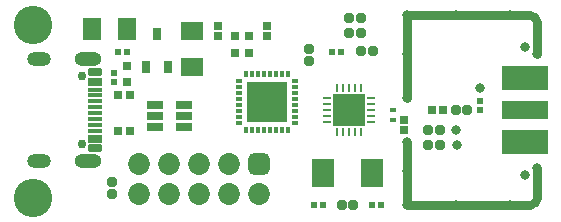
<source format=gts>
G04*
G04 #@! TF.GenerationSoftware,Altium Limited,Altium Designer,23.0.1 (38)*
G04*
G04 Layer_Color=8388736*
%FSLAX44Y44*%
%MOMM*%
G71*
G04*
G04 #@! TF.SameCoordinates,AC13AACC-C9C6-46D0-8271-6E1567557673*
G04*
G04*
G04 #@! TF.FilePolarity,Negative*
G04*
G01*
G75*
%ADD16C,0.7620*%
%ADD18R,1.9062X1.5046*%
%ADD21R,0.3000X0.6000*%
%ADD22R,0.6000X0.3000*%
%ADD23R,3.4500X3.4500*%
%ADD24R,0.5000X0.4000*%
%ADD27R,0.5200X0.5200*%
%ADD28R,0.7561X0.2393*%
G04:AMPARAMS|DCode=29|XSize=0.7561mm|YSize=0.2393mm|CornerRadius=0.1196mm|HoleSize=0mm|Usage=FLASHONLY|Rotation=0.000|XOffset=0mm|YOffset=0mm|HoleType=Round|Shape=RoundedRectangle|*
%AMROUNDEDRECTD29*
21,1,0.7561,0.0000,0,0,0.0*
21,1,0.5168,0.2393,0,0,0.0*
1,1,0.2393,0.2584,0.0000*
1,1,0.2393,-0.2584,0.0000*
1,1,0.2393,-0.2584,0.0000*
1,1,0.2393,0.2584,0.0000*
%
%ADD29ROUNDEDRECTD29*%
G04:AMPARAMS|DCode=30|XSize=0.2393mm|YSize=0.7561mm|CornerRadius=0.1196mm|HoleSize=0mm|Usage=FLASHONLY|Rotation=0.000|XOffset=0mm|YOffset=0mm|HoleType=Round|Shape=RoundedRectangle|*
%AMROUNDEDRECTD30*
21,1,0.2393,0.5168,0,0,0.0*
21,1,0.0000,0.7561,0,0,0.0*
1,1,0.2393,0.0000,-0.2584*
1,1,0.2393,0.0000,-0.2584*
1,1,0.2393,0.0000,0.2584*
1,1,0.2393,0.0000,0.2584*
%
%ADD30ROUNDEDRECTD30*%
%ADD31R,0.4725X0.5153*%
%ADD36R,0.8000X0.8000*%
%ADD38R,0.6682X0.6725*%
%ADD40R,0.7000X0.6500*%
%ADD41R,0.5153X0.4725*%
%ADD43R,1.5046X1.9062*%
%ADD44R,1.9000X2.4000*%
%ADD45R,0.5200X0.5200*%
G04:AMPARAMS|DCode=46|XSize=0.7mm|YSize=1.116mm|CornerRadius=0.125mm|HoleSize=0mm|Usage=FLASHONLY|Rotation=270.000|XOffset=0mm|YOffset=0mm|HoleType=Round|Shape=RoundedRectangle|*
%AMROUNDEDRECTD46*
21,1,0.7000,0.8660,0,0,270.0*
21,1,0.4500,1.1160,0,0,270.0*
1,1,0.2500,-0.4330,-0.2250*
1,1,0.2500,-0.4330,0.2250*
1,1,0.2500,0.4330,0.2250*
1,1,0.2500,0.4330,-0.2250*
%
%ADD46ROUNDEDRECTD46*%
G04:AMPARAMS|DCode=47|XSize=0.7mm|YSize=1.25mm|CornerRadius=0.125mm|HoleSize=0mm|Usage=FLASHONLY|Rotation=270.000|XOffset=0mm|YOffset=0mm|HoleType=Round|Shape=RoundedRectangle|*
%AMROUNDEDRECTD47*
21,1,0.7000,1.0000,0,0,270.0*
21,1,0.4500,1.2500,0,0,270.0*
1,1,0.2500,-0.5000,-0.2250*
1,1,0.2500,-0.5000,0.2250*
1,1,0.2500,0.5000,0.2250*
1,1,0.2500,0.5000,-0.2250*
%
%ADD47ROUNDEDRECTD47*%
G04:AMPARAMS|DCode=48|XSize=0.4mm|YSize=1.25mm|CornerRadius=0.0875mm|HoleSize=0mm|Usage=FLASHONLY|Rotation=270.000|XOffset=0mm|YOffset=0mm|HoleType=Round|Shape=RoundedRectangle|*
%AMROUNDEDRECTD48*
21,1,0.4000,1.0750,0,0,270.0*
21,1,0.2250,1.2500,0,0,270.0*
1,1,0.1750,-0.5375,-0.1125*
1,1,0.1750,-0.5375,0.1125*
1,1,0.1750,0.5375,0.1125*
1,1,0.1750,0.5375,-0.1125*
%
%ADD48ROUNDEDRECTD48*%
%ADD49R,0.7032X0.7032*%
G04:AMPARAMS|DCode=50|XSize=0.8032mm|YSize=0.9032mm|CornerRadius=0.1766mm|HoleSize=0mm|Usage=FLASHONLY|Rotation=180.000|XOffset=0mm|YOffset=0mm|HoleType=Round|Shape=RoundedRectangle|*
%AMROUNDEDRECTD50*
21,1,0.8032,0.5500,0,0,180.0*
21,1,0.4500,0.9032,0,0,180.0*
1,1,0.3532,-0.2250,0.2750*
1,1,0.3532,0.2250,0.2750*
1,1,0.3532,0.2250,-0.2750*
1,1,0.3532,-0.2250,-0.2750*
%
%ADD50ROUNDEDRECTD50*%
%ADD51R,2.7000X2.7000*%
%ADD52R,3.9400X2.1400*%
%ADD53R,3.9400X1.5400*%
%ADD54R,0.6532X0.6532*%
G04:AMPARAMS|DCode=55|XSize=0.8032mm|YSize=0.9032mm|CornerRadius=0.1766mm|HoleSize=0mm|Usage=FLASHONLY|Rotation=90.000|XOffset=0mm|YOffset=0mm|HoleType=Round|Shape=RoundedRectangle|*
%AMROUNDEDRECTD55*
21,1,0.8032,0.5500,0,0,90.0*
21,1,0.4500,0.9032,0,0,90.0*
1,1,0.3532,0.2750,0.2250*
1,1,0.3532,0.2750,-0.2250*
1,1,0.3532,-0.2750,-0.2250*
1,1,0.3532,-0.2750,0.2250*
%
%ADD55ROUNDEDRECTD55*%
%ADD56R,1.4032X0.8032*%
%ADD57R,0.7032X0.7032*%
%ADD58R,0.8032X1.1032*%
%ADD59C,3.2512*%
%ADD60C,0.2032*%
%ADD61O,2.0032X1.2032*%
%ADD62C,0.7500*%
%ADD63O,2.3032X1.2032*%
%ADD64C,1.8532*%
G04:AMPARAMS|DCode=65|XSize=1.8532mm|YSize=1.8532mm|CornerRadius=0.5141mm|HoleSize=0mm|Usage=FLASHONLY|Rotation=180.000|XOffset=0mm|YOffset=0mm|HoleType=Round|Shape=RoundedRectangle|*
%AMROUNDEDRECTD65*
21,1,1.8532,0.8250,0,0,180.0*
21,1,0.8250,1.8532,0,0,180.0*
1,1,1.0282,-0.4125,0.4125*
1,1,1.0282,0.4125,0.4125*
1,1,1.0282,0.4125,-0.4125*
1,1,1.0282,-0.4125,-0.4125*
%
%ADD65ROUNDEDRECTD65*%
%ADD66C,0.8128*%
D16*
X442722Y13462D02*
G03*
X449072Y19812I0J6350D01*
G01*
Y167894D02*
G03*
X442722Y174244I-6350J0D01*
G01*
X425704Y13462D02*
X442722D01*
X449072Y141986D02*
Y167894D01*
X425704Y174244D02*
X442722D01*
X338836Y141732D02*
Y174244D01*
Y104140D02*
Y141732D01*
Y42926D02*
Y67310D01*
Y13462D02*
Y42926D01*
X449072Y19812D02*
Y45466D01*
X380492Y174244D02*
X425704D01*
X338836D02*
X380492D01*
Y13462D02*
X425704D01*
X338836D02*
X380492D01*
D18*
X156210Y130750D02*
D03*
Y160766D02*
D03*
D21*
X237490Y124460D02*
D03*
X232490D02*
D03*
X227490D02*
D03*
X222490D02*
D03*
X217490D02*
D03*
X212490D02*
D03*
X207490D02*
D03*
X202490D02*
D03*
Y77460D02*
D03*
X207490D02*
D03*
X212490D02*
D03*
X217490D02*
D03*
X222490D02*
D03*
X227490D02*
D03*
X232490D02*
D03*
X237490D02*
D03*
D22*
X243490Y83460D02*
D03*
Y88460D02*
D03*
Y93460D02*
D03*
Y98460D02*
D03*
Y103460D02*
D03*
Y108460D02*
D03*
Y113460D02*
D03*
Y118460D02*
D03*
X196490D02*
D03*
Y113460D02*
D03*
Y108460D02*
D03*
Y103460D02*
D03*
Y98460D02*
D03*
Y93460D02*
D03*
Y88460D02*
D03*
Y83460D02*
D03*
D23*
X219990Y100960D02*
D03*
D24*
X327152Y85992D02*
D03*
Y93992D02*
D03*
D27*
X282798Y143510D02*
D03*
X274798D02*
D03*
X259790Y13970D02*
D03*
X267790D02*
D03*
X316790D02*
D03*
X308790D02*
D03*
D28*
X270795Y103992D02*
D03*
D29*
Y98992D02*
D03*
Y93992D02*
D03*
Y88992D02*
D03*
Y83992D02*
D03*
X308356D02*
D03*
Y88992D02*
D03*
Y93992D02*
D03*
Y98992D02*
D03*
Y103992D02*
D03*
D30*
X279576Y75212D02*
D03*
X284576D02*
D03*
X289576D02*
D03*
X294576D02*
D03*
X299576D02*
D03*
Y112773D02*
D03*
X294576D02*
D03*
X289576D02*
D03*
X284576D02*
D03*
X279576D02*
D03*
D31*
X90170Y118134D02*
D03*
Y125706D02*
D03*
D36*
X193040Y142106D02*
D03*
Y157106D02*
D03*
X204470Y142106D02*
D03*
Y157106D02*
D03*
D38*
X94038Y76492D02*
D03*
X104081D02*
D03*
X94038Y106492D02*
D03*
X104081D02*
D03*
D40*
X101600Y131634D02*
D03*
Y118134D02*
D03*
D41*
X94029Y143256D02*
D03*
X101600D02*
D03*
D43*
X71584Y162814D02*
D03*
X101600D02*
D03*
D44*
X267790Y40640D02*
D03*
X308790D02*
D03*
D45*
X400558Y101992D02*
D03*
Y93992D02*
D03*
D46*
X74575Y125992D02*
D03*
Y61992D02*
D03*
D47*
Y69992D02*
D03*
Y117992D02*
D03*
D48*
Y76492D02*
D03*
Y81492D02*
D03*
Y111492D02*
D03*
Y106492D02*
D03*
Y101492D02*
D03*
Y86492D02*
D03*
Y91492D02*
D03*
Y96492D02*
D03*
D49*
X336042Y85992D02*
D03*
Y76992D02*
D03*
D50*
X366180Y64262D02*
D03*
X356180D02*
D03*
Y76992D02*
D03*
X366180D02*
D03*
X289576Y159512D02*
D03*
X299576D02*
D03*
X289576Y171704D02*
D03*
X299576D02*
D03*
Y144526D02*
D03*
X309576D02*
D03*
X389810Y93992D02*
D03*
X379810D02*
D03*
X293290Y13970D02*
D03*
X283290D02*
D03*
D51*
X289576Y93992D02*
D03*
D52*
X438150Y66992D02*
D03*
Y120992D02*
D03*
D53*
Y93992D02*
D03*
D54*
X219964Y165106D02*
D03*
Y157106D02*
D03*
X178816Y165106D02*
D03*
Y157106D02*
D03*
D55*
X256032Y145462D02*
D03*
Y135462D02*
D03*
X88900Y23020D02*
D03*
Y33020D02*
D03*
D56*
X125168Y98540D02*
D03*
Y89040D02*
D03*
Y79540D02*
D03*
X150168D02*
D03*
Y89040D02*
D03*
Y98540D02*
D03*
D57*
X368990Y93992D02*
D03*
X359990D02*
D03*
D58*
X127000Y158750D02*
D03*
X136500Y130750D02*
D03*
X117500D02*
D03*
D59*
X21590Y20066D02*
D03*
Y166370D02*
D03*
D60*
X8890Y20066D02*
D03*
X21590Y7366D02*
D03*
X30734Y10922D02*
D03*
X12446D02*
D03*
Y29210D02*
D03*
X21590Y32766D02*
D03*
X30734Y29210D02*
D03*
X34290Y20066D02*
D03*
Y166370D02*
D03*
X8890D02*
D03*
X21590Y179070D02*
D03*
Y153670D02*
D03*
X12446Y175514D02*
D03*
X30734Y157226D02*
D03*
X12446D02*
D03*
X30734Y175514D02*
D03*
D61*
X27025Y50792D02*
D03*
Y137192D02*
D03*
D62*
X63825Y65092D02*
D03*
Y122892D02*
D03*
D63*
X68825Y137192D02*
D03*
Y50792D02*
D03*
D64*
X111760Y22860D02*
D03*
X137160D02*
D03*
X111760Y48260D02*
D03*
X137160D02*
D03*
X162560Y22860D02*
D03*
Y48260D02*
D03*
X213360Y22860D02*
D03*
X187960Y48260D02*
D03*
Y22860D02*
D03*
D65*
X213360Y48260D02*
D03*
D66*
X338836Y67310D02*
D03*
X449072Y141986D02*
D03*
Y45466D02*
D03*
X338836Y104140D02*
D03*
Y42926D02*
D03*
X380746Y64262D02*
D03*
X380492Y76992D02*
D03*
X338836Y174244D02*
D03*
X400558Y113030D02*
D03*
X338836Y141732D02*
D03*
X380492Y174244D02*
D03*
X425704D02*
D03*
Y13462D02*
D03*
X380492D02*
D03*
X338836D02*
D03*
X438150Y39116D02*
D03*
Y147320D02*
D03*
M02*

</source>
